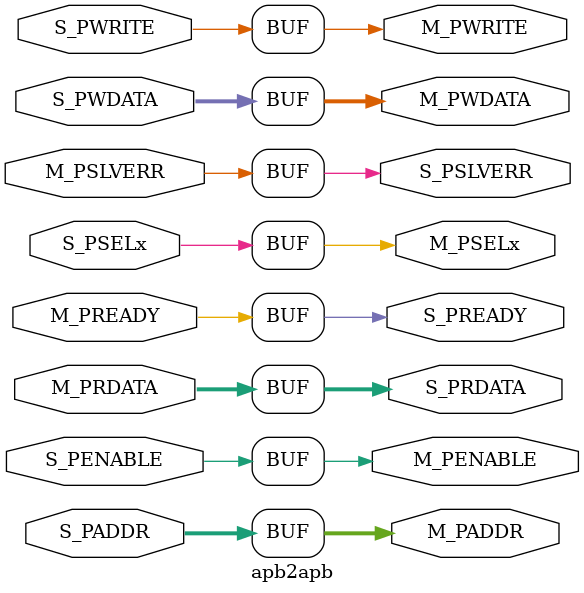
<source format=v>

module apb2apb (
	input				S_PSELx 	,
	input				S_PENABLE	,
	input	[32-1:0]	S_PADDR		,
	input	[32-1:0]	S_PWDATA	,
	input				S_PWRITE	,
	output	[32-1:0]	S_PRDATA	,
	output				S_PREADY	,
	output				S_PSLVERR	,
	
	output				M_PSELx 	,
	output				M_PENABLE	,
	output	[32-1:0]	M_PADDR		,
	output	[32-1:0]	M_PWDATA	,
	output				M_PWRITE	,
	input	[32-1:0]	M_PRDATA	,
	input				M_PREADY	,
	input				M_PSLVERR	
);

	assign	M_PSELx 	= S_PSELx 	;
	assign	M_PENABLE	= S_PENABLE	;
	assign	M_PADDR		= S_PADDR	;
	assign	M_PWDATA	= S_PWDATA	;
	assign	M_PWRITE	= S_PWRITE	;

	assign	S_PRDATA	= M_PRDATA	;
	assign	S_PREADY	= M_PREADY	;
	assign	S_PSLVERR	= M_PSLVERR	;

endmodule

</source>
